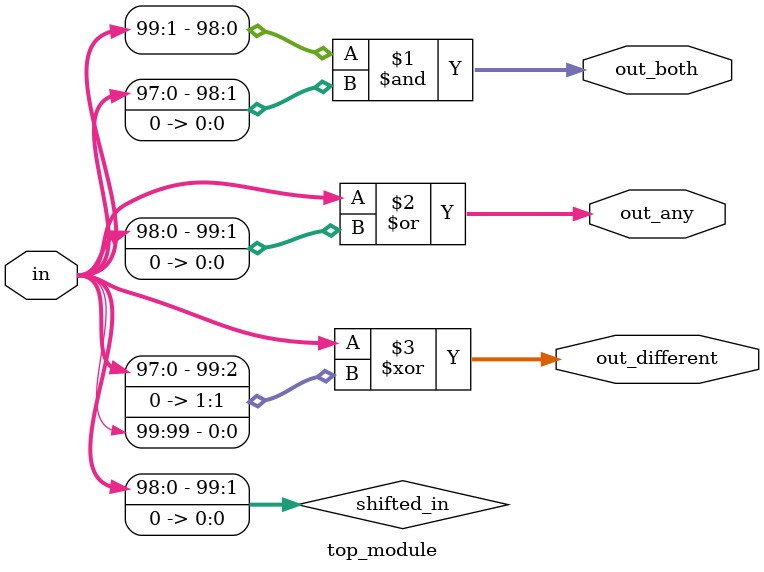
<source format=sv>
module top_module (
    input [99:0] in,
    output [98:0] out_both,
    output [99:0] out_any,
    output [99:0] out_different
);
    wire [99:0] shifted_in;

    assign shifted_in = {in[98:0], 1'b0};

    assign out_both = in[99:1] & shifted_in[98:0];
    assign out_any = in | shifted_in;
    assign out_different = in ^ {shifted_in[98:0], in[99]};

endmodule

</source>
